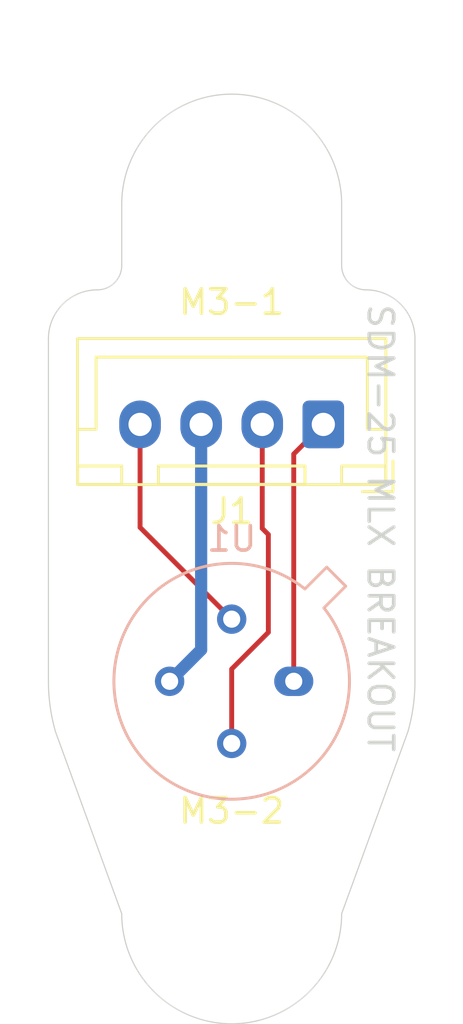
<source format=kicad_pcb>
(kicad_pcb (version 20240108) (generator "pcbnew") (generator_version "8.0")
  (title_block (title "SDM-25 MLX 90614 Breakout Board") (date "2024-09-17") (rev "1") (company "Sun Devil Motorsports"))
  (layers (0 "F.Cu" signal) (31 "B.Cu" signal) (34 "B.Paste" user) (35 "F.Paste" user) (36 "B.SilkS" user "B.Silkscreen") (37 "F.SilkS" user "F.Silkscreen") (38 "B.Mask" user) (39 "F.Mask" user) (44 "Edge.Cuts" user))
  (net 0 "")
  (net 1 "Net-(J1-Pin_1)")
  (net 2 "Net-(J1-Pin_4)")
  (net 3 "Net-(J1-Pin_2)")
  (net 4 "Net-(J1-Pin_3)")
  (footprint "MountingHole:MountingHole_3.2mm_M3" (layer "F.Cu") (at 160.5 86.5)
    (property "Reference" "M3-1" (at 0 4 0) (layer "F.SilkS"))
    (property "Value" "MountingHole_3.2mm_M3")
    (pad "" np_thru_hole circle (at 0 0) (size 3.2 3.2) (drill 3.2) (layers "*.Cu" "*.Mask"))
  )
  (footprint "MountingHole:MountingHole_3.2mm_M3" (layer "F.Cu") (at 160.5 115.5)
    (property "Reference" "M3-2" (at 0 -4.2 0) (layer "F.SilkS"))
    (property "Value" "MountingHole_3.2mm_M3" (hide yes))
    (pad "" np_thru_hole circle (at 0 0) (size 3.2 3.2) (drill 3.2) (layers "*.Cu" "*.Mask"))
  )
  (footprint "Connector_JST:JST_XH_B4B-XH-A_1x04_P2.50mm_Vertical" (layer "F.Cu") (at 164.25 95.5 180)
    (property "Reference" "J1" (at 3.75 -3.55 180) (layer "F.SilkS"))
    (property "Value" "JST XH 4-pin")
    (fp_line (start 10.06 3.51) (end 10.06 -2.46) (stroke (width 0.12)) (layer "F.SilkS"))
    (fp_line (start 10.06 -2.46) (end -2.56 -2.46) (stroke (width 0.12)) (layer "F.SilkS"))
    (fp_line (start 10.05 -0.2) (end 9.3 -0.2) (stroke (width 0.12)) (layer "F.SilkS"))
    (fp_line (start 10.05 -1.7) (end 10.05 -2.45) (stroke (width 0.12)) (layer "F.SilkS"))
    (fp_line (start 10.05 -2.45) (end 8.25 -2.45) (stroke (width 0.12)) (layer "F.SilkS"))
    (fp_line (start 9.3 2.75) (end 3.75 2.75) (stroke (width 0.12)) (layer "F.SilkS"))
    (fp_line (start 9.3 -0.2) (end 9.3 2.75) (stroke (width 0.12)) (layer "F.SilkS"))
    (fp_line (start 8.25 -1.7) (end 10.05 -1.7) (stroke (width 0.12)) (layer "F.SilkS"))
    (fp_line (start 8.25 -2.45) (end 8.25 -1.7) (stroke (width 0.12)) (layer "F.SilkS"))
    (fp_line (start 6.75 -1.7) (end 6.75 -2.45) (stroke (width 0.12)) (layer "F.SilkS"))
    (fp_line (start 6.75 -2.45) (end 0.75 -2.45) (stroke (width 0.12)) (layer "F.SilkS"))
    (fp_line (start 0.75 -1.7) (end 6.75 -1.7) (stroke (width 0.12)) (layer "F.SilkS"))
    (fp_line (start 0.75 -2.45) (end 0.75 -1.7) (stroke (width 0.12)) (layer "F.SilkS"))
    (fp_line (start -0.75 -1.7) (end -0.75 -2.45) (stroke (width 0.12)) (layer "F.SilkS"))
    (fp_line (start -0.75 -2.45) (end -2.55 -2.45) (stroke (width 0.12)) (layer "F.SilkS"))
    (fp_line (start -1.6 -2.75) (end -2.85 -2.75) (stroke (width 0.12)) (layer "F.SilkS"))
    (fp_line (start -1.8 2.75) (end 3.75 2.75) (stroke (width 0.12)) (layer "F.SilkS"))
    (fp_line (start -1.8 -0.2) (end -1.8 2.75) (stroke (width 0.12)) (layer "F.SilkS"))
    (fp_line (start -2.55 -0.2) (end -1.8 -0.2) (stroke (width 0.12)) (layer "F.SilkS"))
    (fp_line (start -2.55 -1.7) (end -0.75 -1.7) (stroke (width 0.12)) (layer "F.SilkS"))
    (fp_line (start -2.55 -2.45) (end -2.55 -1.7) (stroke (width 0.12)) (layer "F.SilkS"))
    (fp_line (start -2.56 3.51) (end 10.06 3.51) (stroke (width 0.12)) (layer "F.SilkS"))
    (fp_line (start -2.56 -2.46) (end -2.56 3.51) (stroke (width 0.12)) (layer "F.SilkS"))
    (fp_line (start -2.85 -2.75) (end -2.85 -1.5) (stroke (width 0.12)) (layer "F.SilkS"))
    (pad "1" thru_hole roundrect (at 0 0 180) (size 1.7 1.95) (drill 0.95) (layers "*.Cu" "*.Mask") (roundrect_rratio 0.147059) (net 1 "Net-(J1-Pin_1)"))
    (pad "2" thru_hole oval (at 2.5 0 180) (size 1.7 1.95) (drill 0.95) (layers "*.Cu" "*.Mask") (net 3 "Net-(J1-Pin_2)"))
    (pad "3" thru_hole oval (at 5 0 180) (size 1.7 1.95) (drill 0.95) (layers "*.Cu" "*.Mask") (net 4 "Net-(J1-Pin_3)"))
    (pad "4" thru_hole oval (at 7.5 0 180) (size 1.7 1.95) (drill 0.95) (layers "*.Cu" "*.Mask") (net 2 "Net-(J1-Pin_4)"))
  )
  (footprint "Package_TO_SOT_THT:TO-39-4" (layer "B.Cu") (at 163.04 106 180)
    (property "Reference" "U1" (at 2.54 5.82 180) (layer "B.SilkS") (effects (justify mirror)))
    (property "Value" "MLX90614")
    (fp_line (start -1.234902 2.997084) (end -2.125856 3.888039) (stroke (width 0.12)) (layer "B.SilkS"))
    (fp_line (start -1.348039 4.665856) (end -0.457084 3.774902) (stroke (width 0.12)) (layer "B.SilkS"))
    (fp_line (start -2.125856 3.888039) (end -1.348039 4.665856) (stroke (width 0.12)) (layer "B.SilkS"))
    (fp_arc (start -1.234674 2.997371) (mid 5.948125 -3.408384) (end -0.457084 3.774902) (stroke (width 0.12)) (layer "B.SilkS"))
    (pad "1" thru_hole oval (at 0 0 180) (size 1.6 1.2) (drill 0.7) (layers "*.Cu" "*.Mask") (net 1 "Net-(J1-Pin_1)"))
    (pad "2" thru_hole oval (at 2.54 -2.54 180) (size 1.2 1.2) (drill 0.7) (layers "*.Cu" "*.Mask") (net 3 "Net-(J1-Pin_2)"))
    (pad "3" thru_hole oval (at 5.08 0 180) (size 1.2 1.2) (drill 0.7) (layers "*.Cu" "*.Mask") (net 4 "Net-(J1-Pin_3)"))
    (pad "4" thru_hole oval (at 2.54 2.54 180) (size 1.2 1.2) (drill 0.7) (layers "*.Cu" "*.Mask") (net 2 "Net-(J1-Pin_4)"))
  )
  (gr_arc (start 156 86.5) (mid 160.5 82) (end 165 86.5) (stroke (width 0.05)) (layer "Edge.Cuts"))
  (gr_line (start 153 106) (end 153 92) (stroke (width 0.05)) (layer "Edge.Cuts"))
  (gr_line (start 167.71143 108.060408) (end 165 115.5) (stroke (width 0.05)) (layer "Edge.Cuts"))
  (gr_line (start 165 89) (end 165 86.5) (stroke (width 0.05)) (layer "Edge.Cuts"))
  (gr_arc (start 168 106) (mid 167.927507 107.040259) (end 167.71143 108.060408) (stroke (width 0.05)) (layer "Edge.Cuts"))
  (gr_arc (start 166 90) (mid 165.292893 89.707107) (end 165 89) (stroke (width 0.05)) (layer "Edge.Cuts"))
  (gr_line (start 153.28857 108.060408) (end 156 115.5) (stroke (width 0.05)) (layer "Edge.Cuts"))
  (gr_arc (start 165 115.5) (mid 160.5 120) (end 156 115.5) (stroke (width 0.05)) (layer "Edge.Cuts"))
  (gr_line (start 156 86.5) (end 156 89) (stroke (width 0.05)) (layer "Edge.Cuts"))
  (gr_arc (start 156 89) (mid 155.707107 89.707107) (end 155 90) (stroke (width 0.05)) (layer "Edge.Cuts"))
  (gr_line (start 168 106) (end 168 92) (stroke (width 0.05)) (layer "Edge.Cuts"))
  (gr_arc (start 166 90) (mid 167.414214 90.585786) (end 168 92) (stroke (width 0.05)) (layer "Edge.Cuts"))
  (gr_arc (start 153.28857 108.060408) (mid 153.072493 107.040259) (end 153 106) (stroke (width 0.05)) (layer "Edge.Cuts"))
  (gr_arc (start 153 92) (mid 153.585786 90.585786) (end 155 90) (stroke (width 0.05)) (layer "Edge.Cuts"))
  (gr_text "SDM-25 MLX BREAKOUT" (at 166 90.5 -90) (layer "Edge.Cuts") (effects (font (size 1 1)) (justify left bottom)))
  (segment (start 163.04 106) (end 163.04 96.71) (width 0.2) (layer "F.Cu") (net 1))
  (segment (start 163.04 96.71) (end 164.25 95.5) (width 0.2) (layer "F.Cu") (net 1))
  (segment (start 156.75 95.5) (end 156.75 99.71) (width 0.2) (layer "F.Cu") (net 2))
  (segment (start 156.75 99.71) (end 160.5 103.46) (width 0.2) (layer "F.Cu") (net 2))
  (segment (start 160.5 108.54) (end 160.5 105.5) (width 0.2) (layer "F.Cu") (net 3))
  (segment (start 160.5 105.5) (end 162 104) (width 0.2) (layer "F.Cu") (net 3))
  (segment (start 161.75 99.75) (end 161.75 95.5) (width 0.2) (layer "F.Cu") (net 3))
  (segment (start 162 104) (end 162 100) (width 0.2) (layer "F.Cu") (net 3))
  (segment (start 162 100) (end 161.75 99.75) (width 0.2) (layer "F.Cu") (net 3))
  (segment (start 159.25 104.71) (end 157.96 106) (width 0.5) (layer "B.Cu") (net 4))
  (segment (start 159.25 95.5) (end 159.25 104.71) (width 0.5) (layer "B.Cu") (net 4))
)
</source>
